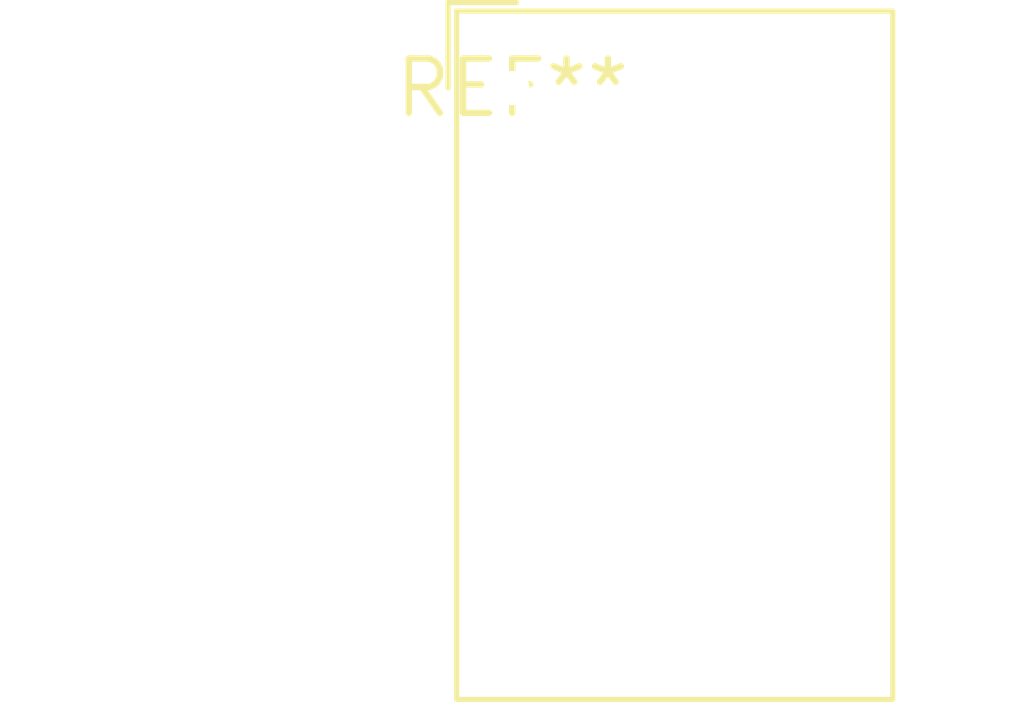
<source format=kicad_pcb>
(kicad_pcb (version 20240108) (generator pcbnew)
  (layers (0 "F.Cu" signal) (31 "B.Cu" signal) (34 "B.Paste" user) (35 "F.Paste" user) (36 "B.SilkS" user "B.Silkscreen") (37 "F.SilkS" user "F.Silkscreen") (38 "B.Mask" user) (39 "F.Mask" user) (44 "Edge.Cuts" user))
  (net 0 "")
  (footprint "Relay_SPDT_Omron_G6EK" (layer "F.Cu") (at 0 0)
    (property "Reference" "REF**")
    (property "Value" "Relay_SPDT_Omron_G6EK")
    (fp_line (start -1.5 -2) (end 0.1 -2) (layer "F.SilkS") (stroke (width 0.12)))
    (fp_line (start -1.5 0) (end -1.5 -2) (layer "F.SilkS") (stroke (width 0.12)))
    (fp_line (start -1.3 -1.8) (end 8.9 -1.8) (layer "F.SilkS") (stroke (width 0.12)))
    (fp_line (start -1.3 14.3) (end -1.3 -1.8) (layer "F.SilkS") (stroke (width 0.12)))
    (fp_line (start 8.9 -1.8) (end 8.9 14.3) (layer "F.SilkS") (stroke (width 0.12)))
    (fp_line (start 8.9 14.3) (end -1.3 14.3) (layer "F.SilkS") (stroke (width 0.12)))
    (pad "1" thru_hole rect (at 0 0 270) (size 1.50114 1.50114) (drill 0.8001) (layers *.Cu *.Mask) (remove_unused_layers))
    (pad "3" thru_hole circle (at 0 5.08 270) (size 1.50114 1.50114) (drill 0.8001) (layers *.Cu *.Mask) (remove_unused_layers))
    (pad "6" thru_hole circle (at 0 12.7 270) (size 1.50114 1.50114) (drill 0.8001) (layers *.Cu *.Mask) (remove_unused_layers))
    (pad "7" thru_hole circle (at 7.62 12.7 270) (size 1.50114 1.50114) (drill 0.8001) (layers *.Cu *.Mask) (remove_unused_layers))
    (pad "10" thru_hole circle (at 7.62 5.08 270) (size 1.50114 1.50114) (drill 0.8001) (layers *.Cu *.Mask) (remove_unused_layers))
    (pad "12" thru_hole circle (at 7.62 0 270) (size 1.50114 1.50114) (drill 0.8001) (layers *.Cu *.Mask) (remove_unused_layers))
  )
)
</source>
